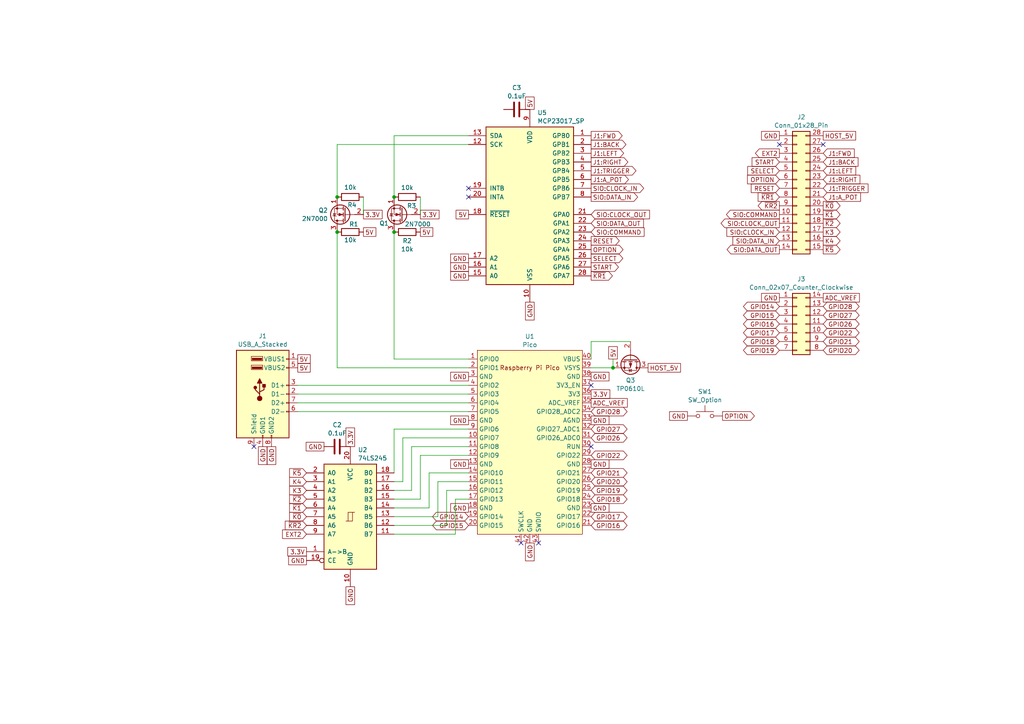
<source format=kicad_sch>
(kicad_sch (version 20231120) (generator "eeschema") (generator_version "8.0")
  (paper "A4")
  (title_block (title "DecentUSB Host") (date "2024-05-18") (rev "1.1"))
  (lib_symbols
    (symbol "74xx:74LS245" (pin_names (offset 1.016))
      (property "Reference" "U" (at -7.62 16.51 0))
      (property "Value" "74LS245" (at -7.62 -16.51 0))
      (symbol "74LS245_1_0"
        (polyline (pts (xy -0.635 -1.27) (xy -0.635 1.27) (xy 0.635 1.27)))
        (polyline (pts (xy -1.27 -1.27) (xy 0.635 -1.27) (xy 0.635 1.27) (xy 1.27 1.27)))
        (pin input line (at -12.7 -10.16 0) (length 5.08) (name "A->B") (number "1"))
        (pin power_in line (at 0 -20.32 90) (length 5.08) (name "GND") (number "10"))
        (pin tri_state line (at 12.7 -5.08 180) (length 5.08) (name "B7") (number "11"))
        (pin tri_state line (at 12.7 -2.54 180) (length 5.08) (name "B6") (number "12"))
        (pin tri_state line (at 12.7 0 180) (length 5.08) (name "B5") (number "13"))
        (pin tri_state line (at 12.7 2.54 180) (length 5.08) (name "B4") (number "14"))
        (pin tri_state line (at 12.7 5.08 180) (length 5.08) (name "B3") (number "15"))
        (pin tri_state line (at 12.7 7.62 180) (length 5.08) (name "B2") (number "16"))
        (pin tri_state line (at 12.7 10.16 180) (length 5.08) (name "B1") (number "17"))
        (pin tri_state line (at 12.7 12.7 180) (length 5.08) (name "B0") (number "18"))
        (pin input inverted (at -12.7 -12.7 0) (length 5.08) (name "CE") (number "19"))
        (pin tri_state line (at -12.7 12.7 0) (length 5.08) (name "A0") (number "2"))
        (pin power_in line (at 0 20.32 270) (length 5.08) (name "VCC") (number "20"))
        (pin tri_state line (at -12.7 10.16 0) (length 5.08) (name "A1") (number "3"))
        (pin tri_state line (at -12.7 7.62 0) (length 5.08) (name "A2") (number "4"))
        (pin tri_state line (at -12.7 5.08 0) (length 5.08) (name "A3") (number "5"))
        (pin tri_state line (at -12.7 2.54 0) (length 5.08) (name "A4") (number "6"))
        (pin tri_state line (at -12.7 0 0) (length 5.08) (name "A5") (number "7"))
        (pin tri_state line (at -12.7 -2.54 0) (length 5.08) (name "A6") (number "8"))
        (pin tri_state line (at -12.7 -5.08 0) (length 5.08) (name "A7") (number "9"))
      )
      (symbol "74LS245_1_1"
        (rectangle (start -7.62 15.24) (end 7.62 -15.24) (stroke (width 0.254)) (fill (type background)))
      )
    )
    (symbol "Connector:USB_A_Stacked" (pin_names (offset 1.016))
      (property "Reference" "J" (at 0 15.875 0))
      (property "Value" "USB_A_Stacked" (at 0 13.97 0))
      (symbol "USB_A_Stacked_0_1"
        (rectangle (start -7.62 12.7) (end 7.62 -12.7) (stroke (width 0.254)) (fill (type background)))
        (circle (center -2.159 1.905) (radius 0.381) (stroke (width 0.254)) (fill (type outline)))
        (circle (center -0.889 -1.27) (radius 0.635) (stroke (width 0.254)) (fill (type outline)))
        (rectangle (start -0.254 7.366) (end -3.048 7.874) (fill (type outline)))
        (rectangle (start -0.254 9.906) (end -3.048 10.414) (fill (type outline)))
        (rectangle (start -0.127 -12.7) (end 0.127 -11.938))
        (polyline (pts (xy -1.524 3.175) (xy -0.254 3.175) (xy -0.889 4.445) (xy -1.524 3.175)) (stroke (width 0.254)) (fill (type outline)))
        (polyline (pts (xy -0.889 -0.635) (xy -0.889 0) (xy -2.159 1.27) (xy -2.159 1.905)) (stroke (width 0.254)))
        (polyline (pts (xy -0.889 0) (xy -0.889 0.635) (xy 0.381 1.27) (xy 0.381 2.54)) (stroke (width 0.254)))
        (rectangle (start 0 2.794) (end 0.762 2.032) (stroke (width 0.254)) (fill (type outline)))
        (rectangle (start 0 7.112) (end -3.302 8.382))
        (rectangle (start 0 9.652) (end -3.302 10.922))
        (rectangle (start 2.413 -12.7) (end 2.667 -11.938))
        (rectangle (start 7.62 -5.207) (end 6.858 -4.953))
        (rectangle (start 7.62 -2.667) (end 6.858 -2.413))
        (rectangle (start 7.62 -0.127) (end 6.858 0.127))
        (rectangle (start 7.62 2.413) (end 6.858 2.667))
        (rectangle (start 7.62 7.493) (end 6.858 7.747))
        (rectangle (start 7.62 10.033) (end 6.858 10.287))
      )
      (symbol "USB_A_Stacked_1_1"
        (polyline (pts (xy -0.889 0.635) (xy -0.889 3.175)) (stroke (width 0.254)))
        (pin power_in line (at 10.16 10.16 180) (length 2.54) (name "VBUS1") (number "1"))
        (pin bidirectional line (at 10.16 0 180) (length 2.54) (name "D1-") (number "2"))
        (pin bidirectional line (at 10.16 2.54 180) (length 2.54) (name "D1+") (number "3"))
        (pin power_in line (at 0 -15.24 90) (length 2.54) (name "GND1") (number "4"))
        (pin power_in line (at 10.16 7.62 180) (length 2.54) (name "VBUS2") (number "5"))
        (pin bidirectional line (at 10.16 -5.08 180) (length 2.54) (name "D2-") (number "6"))
        (pin bidirectional line (at 10.16 -2.54 180) (length 2.54) (name "D2+") (number "7"))
        (pin power_in line (at 2.54 -15.24 90) (length 2.54) (name "GND2") (number "8"))
        (pin passive line (at -2.54 -15.24 90) (length 2.54) (name "Shield") (number "9"))
      )
    )
    (symbol "Connector_Generic:Conn_02x07_Counter_Clockwise" (pin_names (offset 1.016) hide)
      (property "Reference" "J" (at 1.27 10.16 0))
      (property "Value" "Conn_02x07_Counter_Clockwise" (at 1.27 -10.16 0))
      (symbol "Conn_02x07_Counter_Clockwise_1_1"
        (rectangle (start -1.27 -7.493) (end 0 -7.747) (stroke (width 0.1524)))
        (rectangle (start -1.27 -4.953) (end 0 -5.207) (stroke (width 0.1524)))
        (rectangle (start -1.27 -2.413) (end 0 -2.667) (stroke (width 0.1524)))
        (rectangle (start -1.27 0.127) (end 0 -0.127) (stroke (width 0.1524)))
        (rectangle (start -1.27 2.667) (end 0 2.413) (stroke (width 0.1524)))
        (rectangle (start -1.27 5.207) (end 0 4.953) (stroke (width 0.1524)))
        (rectangle (start -1.27 7.747) (end 0 7.493) (stroke (width 0.1524)))
        (rectangle (start -1.27 8.89) (end 3.81 -8.89) (stroke (width 0.254)) (fill (type background)))
        (rectangle (start 3.81 -7.493) (end 2.54 -7.747) (stroke (width 0.1524)))
        (rectangle (start 3.81 -4.953) (end 2.54 -5.207) (stroke (width 0.1524)))
        (rectangle (start 3.81 -2.413) (end 2.54 -2.667) (stroke (width 0.1524)))
        (rectangle (start 3.81 0.127) (end 2.54 -0.127) (stroke (width 0.1524)))
        (rectangle (start 3.81 2.667) (end 2.54 2.413) (stroke (width 0.1524)))
        (rectangle (start 3.81 5.207) (end 2.54 4.953) (stroke (width 0.1524)))
        (rectangle (start 3.81 7.747) (end 2.54 7.493) (stroke (width 0.1524)))
        (pin passive line (at -5.08 7.62 0) (length 3.81) (name "Pin_1") (number "1"))
        (pin passive line (at 7.62 -2.54 180) (length 3.81) (name "Pin_10") (number "10"))
        (pin passive line (at 7.62 0 180) (length 3.81) (name "Pin_11") (number "11"))
        (pin passive line (at 7.62 2.54 180) (length 3.81) (name "Pin_12") (number "12"))
        (pin passive line (at 7.62 5.08 180) (length 3.81) (name "Pin_13") (number "13"))
        (pin passive line (at 7.62 7.62 180) (length 3.81) (name "Pin_14") (number "14"))
        (pin passive line (at -5.08 5.08 0) (length 3.81) (name "Pin_2") (number "2"))
        (pin passive line (at -5.08 2.54 0) (length 3.81) (name "Pin_3") (number "3"))
        (pin passive line (at -5.08 0 0) (length 3.81) (name "Pin_4") (number "4"))
        (pin passive line (at -5.08 -2.54 0) (length 3.81) (name "Pin_5") (number "5"))
        (pin passive line (at -5.08 -5.08 0) (length 3.81) (name "Pin_6") (number "6"))
        (pin passive line (at -5.08 -7.62 0) (length 3.81) (name "Pin_7") (number "7"))
        (pin passive line (at 7.62 -7.62 180) (length 3.81) (name "Pin_8") (number "8"))
        (pin passive line (at 7.62 -5.08 180) (length 3.81) (name "Pin_9") (number "9"))
      )
    )
    (symbol "Connector_Generic:Conn_02x14_Counter_Clockwise" (pin_names (offset 1.016) hide)
      (property "Reference" "J" (at 1.27 17.78 0))
      (property "Value" "Conn_02x14_Counter_Clockwise" (at 1.27 -20.32 0))
      (symbol "Conn_02x14_Counter_Clockwise_1_1"
        (rectangle (start -1.27 -17.653) (end 0 -17.907) (stroke (width 0.1524)))
        (rectangle (start -1.27 -15.113) (end 0 -15.367) (stroke (width 0.1524)))
        (rectangle (start -1.27 -12.573) (end 0 -12.827) (stroke (width 0.1524)))
        (rectangle (start -1.27 -10.033) (end 0 -10.287) (stroke (width 0.1524)))
        (rectangle (start -1.27 -7.493) (end 0 -7.747) (stroke (width 0.1524)))
        (rectangle (start -1.27 -4.953) (end 0 -5.207) (stroke (width 0.1524)))
        (rectangle (start -1.27 -2.413) (end 0 -2.667) (stroke (width 0.1524)))
        (rectangle (start -1.27 0.127) (end 0 -0.127) (stroke (width 0.1524)))
        (rectangle (start -1.27 2.667) (end 0 2.413) (stroke (width 0.1524)))
        (rectangle (start -1.27 5.207) (end 0 4.953) (stroke (width 0.1524)))
        (rectangle (start -1.27 7.747) (end 0 7.493) (stroke (width 0.1524)))
        (rectangle (start -1.27 10.287) (end 0 10.033) (stroke (width 0.1524)))
        (rectangle (start -1.27 12.827) (end 0 12.573) (stroke (width 0.1524)))
        (rectangle (start -1.27 15.367) (end 0 15.113) (stroke (width 0.1524)))
        (rectangle (start -1.27 16.51) (end 3.81 -19.05) (stroke (width 0.254)) (fill (type background)))
        (rectangle (start 3.81 -17.653) (end 2.54 -17.907) (stroke (width 0.1524)))
        (rectangle (start 3.81 -15.113) (end 2.54 -15.367) (stroke (width 0.1524)))
        (rectangle (start 3.81 -12.573) (end 2.54 -12.827) (stroke (width 0.1524)))
        (rectangle (start 3.81 -10.033) (end 2.54 -10.287) (stroke (width 0.1524)))
        (rectangle (start 3.81 -7.493) (end 2.54 -7.747) (stroke (width 0.1524)))
        (rectangle (start 3.81 -4.953) (end 2.54 -5.207) (stroke (width 0.1524)))
        (rectangle (start 3.81 -2.413) (end 2.54 -2.667) (stroke (width 0.1524)))
        (rectangle (start 3.81 0.127) (end 2.54 -0.127) (stroke (width 0.1524)))
        (rectangle (start 3.81 2.667) (end 2.54 2.413) (stroke (width 0.1524)))
        (rectangle (start 3.81 5.207) (end 2.54 4.953) (stroke (width 0.1524)))
        (rectangle (start 3.81 7.747) (end 2.54 7.493) (stroke (width 0.1524)))
        (rectangle (start 3.81 10.287) (end 2.54 10.033) (stroke (width 0.1524)))
        (rectangle (start 3.81 12.827) (end 2.54 12.573) (stroke (width 0.1524)))
        (rectangle (start 3.81 15.367) (end 2.54 15.113) (stroke (width 0.1524)))
        (pin passive line (at -5.08 15.24 0) (length 3.81) (name "Pin_1") (number "1"))
        (pin passive line (at -5.08 -7.62 0) (length 3.81) (name "Pin_10") (number "10"))
        (pin passive line (at -5.08 -10.16 0) (length 3.81) (name "Pin_11") (number "11"))
        (pin passive line (at -5.08 -12.7 0) (length 3.81) (name "Pin_12") (number "12"))
        (pin passive line (at -5.08 -15.24 0) (length 3.81) (name "Pin_13") (number "13"))
        (pin passive line (at -5.08 -17.78 0) (length 3.81) (name "Pin_14") (number "14"))
        (pin passive line (at 7.62 -17.78 180) (length 3.81) (name "Pin_15") (number "15"))
        (pin passive line (at 7.62 -15.24 180) (length 3.81) (name "Pin_16") (number "16"))
        (pin passive line (at 7.62 -12.7 180) (length 3.81) (name "Pin_17") (number "17"))
        (pin passive line (at 7.62 -10.16 180) (length 3.81) (name "Pin_18") (number "18"))
        (pin passive line (at 7.62 -7.62 180) (length 3.81) (name "Pin_19") (number "19"))
        (pin passive line (at -5.08 12.7 0) (length 3.81) (name "Pin_2") (number "2"))
        (pin passive line (at 7.62 -5.08 180) (length 3.81) (name "Pin_20") (number "20"))
        (pin passive line (at 7.62 -2.54 180) (length 3.81) (name "Pin_21") (number "21"))
        (pin passive line (at 7.62 0 180) (length 3.81) (name "Pin_22") (number "22"))
        (pin passive line (at 7.62 2.54 180) (length 3.81) (name "Pin_23") (number "23"))
        (pin passive line (at 7.62 5.08 180) (length 3.81) (name "Pin_24") (number "24"))
        (pin passive line (at 7.62 7.62 180) (length 3.81) (name "Pin_25") (number "25"))
        (pin passive line (at 7.62 10.16 180) (length 3.81) (name "Pin_26") (number "26"))
        (pin passive line (at 7.62 12.7 180) (length 3.81) (name "Pin_27") (number "27"))
        (pin passive line (at 7.62 15.24 180) (length 3.81) (name "Pin_28") (number "28"))
        (pin passive line (at -5.08 10.16 0) (length 3.81) (name "Pin_3") (number "3"))
        (pin passive line (at -5.08 7.62 0) (length 3.81) (name "Pin_4") (number "4"))
        (pin passive line (at -5.08 5.08 0) (length 3.81) (name "Pin_5") (number "5"))
        (pin passive line (at -5.08 2.54 0) (length 3.81) (name "Pin_6") (number "6"))
        (pin passive line (at -5.08 0 0) (length 3.81) (name "Pin_7") (number "7"))
        (pin passive line (at -5.08 -2.54 0) (length 3.81) (name "Pin_8") (number "8"))
        (pin passive line (at -5.08 -5.08 0) (length 3.81) (name "Pin_9") (number "9"))
      )
    )
    (symbol "Device:C" (pin_numbers hide) (pin_names (offset 0.254))
      (property "Reference" "C" (at 0.635 2.54 0))
      (property "Value" "C" (at 0.635 -2.54 0))
      (symbol "C_0_1"
        (polyline (pts (xy -2.032 -0.762) (xy 2.032 -0.762)) (stroke (width 0.508)))
        (polyline (pts (xy -2.032 0.762) (xy 2.032 0.762)) (stroke (width 0.508)))
      )
      (symbol "C_1_1"
        (pin passive line (at 0 3.81 270) (length 2.794) (name "~") (number "1"))
        (pin passive line (at 0 -3.81 90) (length 2.794) (name "~") (number "2"))
      )
    )
    (symbol "Device:R" (pin_numbers hide) (pin_names (offset 0))
      (property "Reference" "R" (at 2.032 0 90))
      (property "Value" "R" (at 0 0 90))
      (symbol "R_0_1"
        (rectangle (start -1.016 -2.54) (end 1.016 2.54) (stroke (width 0.254)))
      )
      (symbol "R_1_1"
        (pin passive line (at 0 3.81 270) (length 1.27) (name "~") (number "1"))
        (pin passive line (at 0 -3.81 90) (length 1.27) (name "~") (number "2"))
      )
    )
    (symbol "Interface_Expansion:MCP23017_SP" (pin_names (offset 1.016))
      (property "Reference" "U" (at -11.43 24.13 0))
      (property "Value" "MCP23017_SP" (at 0 0 0))
      (symbol "MCP23017_SP_0_1"
        (rectangle (start -12.7 22.86) (end 12.7 -22.86) (stroke (width 0.254)) (fill (type background)))
      )
      (symbol "MCP23017_SP_1_1"
        (pin bidirectional line (at 17.78 20.32 180) (length 5.08) (name "GPB0") (number "1"))
        (pin power_in line (at 0 -27.94 90) (length 5.08) (name "VSS") (number "10"))
        (pin no_connect line (at -12.7 15.24 0) (length 5.08) hide (name "NC") (number "11"))
        (pin input line (at -17.78 17.78 0) (length 5.08) (name "SCK") (number "12"))
        (pin bidirectional line (at -17.78 20.32 0) (length 5.08) (name "SDA") (number "13"))
        (pin no_connect line (at -12.7 12.7 0) (length 5.08) hide (name "NC") (number "14"))
        (pin input line (at -17.78 -20.32 0) (length 5.08) (name "A0") (number "15"))
        (pin input line (at -17.78 -17.78 0) (length 5.08) (name "A1") (number "16"))
        (pin input line (at -17.78 -15.24 0) (length 5.08) (name "A2") (number "17"))
        (pin input line (at -17.78 -2.54 0) (length 5.08) (name "~{RESET}") (number "18"))
        (pin tri_state line (at -17.78 5.08 0) (length 5.08) (name "INTB") (number "19"))
        (pin bidirectional line (at 17.78 17.78 180) (length 5.08) (name "GPB1") (number "2"))
        (pin tri_state line (at -17.78 2.54 0) (length 5.08) (name "INTA") (number "20"))
        (pin bidirectional line (at 17.78 -2.54 180) (length 5.08) (name "GPA0") (number "21"))
        (pin bidirectional line (at 17.78 -5.08 180) (length 5.08) (name "GPA1") (number "22"))
        (pin bidirectional line (at 17.78 -7.62 180) (length 5.08) (name "GPA2") (number "23"))
        (pin bidirectional line (at 17.78 -10.16 180) (length 5.08) (name "GPA3") (number "24"))
        (pin bidirectional line (at 17.78 -12.7 180) (length 5.08) (name "GPA4") (number "25"))
        (pin bidirectional line (at 17.78 -15.24 180) (length 5.08) (name "GPA5") (number "26"))
        (pin bidirectional line (at 17.78 -17.78 180) (length 5.08) (name "GPA6") (number "27"))
        (pin bidirectional line (at 17.78 -20.32 180) (length 5.08) (name "GPA7") (number "28"))
        (pin bidirectional line (at 17.78 15.24 180) (length 5.08) (name "GPB2") (number "3"))
        (pin bidirectional line (at 17.78 12.7 180) (length 5.08) (name "GPB3") (number "4"))
        (pin bidirectional line (at 17.78 10.16 180) (length 5.08) (name "GPB4") (number "5"))
        (pin bidirectional line (at 17.78 7.62 180) (length 5.08) (name "GPB5") (number "6"))
        (pin bidirectional line (at 17.78 5.08 180) (length 5.08) (name "GPB6") (number "7"))
        (pin bidirectional line (at 17.78 2.54 180) (length 5.08) (name "GPB7") (number "8"))
        (pin power_in line (at 0 27.94 270) (length 5.08) (name "VDD") (number "9"))
      )
    )
    (symbol "Library:Pico"
      (property "Reference" "U" (at -13.97 27.94 0))
      (property "Value" "Pico" (at 0 19.05 0))
      (symbol "Pico_0_0"
        (text "Raspberry Pi Pico" (at 0 21.59 0) (effects (font (size 1.27 1.27))))
      )
      (symbol "Pico_0_1"
        (rectangle (start -15.24 26.67) (end 15.24 -26.67) (fill (type background)))
      )
      (symbol "Pico_1_1"
        (pin bidirectional line (at -17.78 24.13 0) (length 2.54) (name "GPIO0") (number "1"))
        (pin bidirectional line (at -17.78 1.27 0) (length 2.54) (name "GPIO7") (number "10"))
        (pin bidirectional line (at -17.78 -1.27 0) (length 2.54) (name "GPIO8") (number "11"))
        (pin bidirectional line (at -17.78 -3.81 0) (length 2.54) (name "GPIO9") (number "12"))
        (pin power_in line (at -17.78 -6.35 0) (length 2.54) (name "GND") (number "13"))
        (pin bidirectional line (at -17.78 -8.89 0) (length 2.54) (name "GPIO10") (number "14"))
        (pin bidirectional line (at -17.78 -11.43 0) (length 2.54) (name "GPIO11") (number "15"))
        (pin bidirectional line (at -17.78 -13.97 0) (length 2.54) (name "GPIO12") (number "16"))
        (pin bidirectional line (at -17.78 -16.51 0) (length 2.54) (name "GPIO13") (number "17"))
        (pin power_in line (at -17.78 -19.05 0) (length 2.54) (name "GND") (number "18"))
        (pin bidirectional line (at -17.78 -21.59 0) (length 2.54) (name "GPIO14") (number "19"))
        (pin bidirectional line (at -17.78 21.59 0) (length 2.54) (name "GPIO1") (number "2"))
        (pin bidirectional line (at -17.78 -24.13 0) (length 2.54) (name "GPIO15") (number "20"))
        (pin bidirectional line (at 17.78 -24.13 180) (length 2.54) (name "GPIO16") (number "21"))
        (pin bidirectional line (at 17.78 -21.59 180) (length 2.54) (name "GPIO17") (number "22"))
        (pin power_in line (at 17.78 -19.05 180) (length 2.54) (name "GND") (number "23"))
        (pin bidirectional line (at 17.78 -16.51 180) (length 2.54) (name "GPIO18") (number "24"))
        (pin bidirectional line (at 17.78 -13.97 180) (length 2.54) (name "GPIO19") (number "25"))
        (pin bidirectional line (at 17.78 -11.43 180) (length 2.54) (name "GPIO20") (number "26"))
        (pin bidirectional line (at 17.78 -8.89 180) (length 2.54) (name "GPIO21") (number "27"))
        (pin power_in line (at 17.78 -6.35 180) (length 2.54) (name "GND") (number "28"))
        (pin bidirectional line (at 17.78 -3.81 180) (length 2.54) (name "GPIO22") (number "29"))
        (pin power_in line (at -17.78 19.05 0) (length 2.54) (name "GND") (number "3"))
        (pin input line (at 17.78 -1.27 180) (length 2.54) (name "RUN") (number "30"))
        (pin bidirectional line (at 17.78 1.27 180) (length 2.54) (name "GPIO26_ADC0") (number "31"))
        (pin bidirectional line (at 17.78 3.81 180) (length 2.54) (name "GPIO27_ADC1") (number "32"))
        (pin power_in line (at 17.78 6.35 180) (length 2.54) (name "AGND") (number "33"))
        (pin bidirectional line (at 17.78 8.89 180) (length 2.54) (name "GPIO28_ADC2") (number "34"))
        (pin power_in line (at 17.78 11.43 180) (length 2.54) (name "ADC_VREF") (number "35"))
        (pin power_in line (at 17.78 13.97 180) (length 2.54) (name "3V3") (number "36"))
        (pin input line (at 17.78 16.51 180) (length 2.54) (name "3V3_EN") (number "37"))
        (pin bidirectional line (at 17.78 19.05 180) (length 2.54) (name "GND") (number "38"))
        (pin power_in line (at 17.78 21.59 180) (length 2.54) (name "VSYS") (number "39"))
        (pin bidirectional line (at -17.78 16.51 0) (length 2.54) (name "GPIO2") (number "4"))
        (pin power_in line (at 17.78 24.13 180) (length 2.54) (name "VBUS") (number "40"))
        (pin input line (at -2.54 -29.21 90) (length 2.54) (name "SWCLK") (number "41"))
        (pin power_in line (at 0 -29.21 90) (length 2.54) (name "GND") (number "42"))
        (pin bidirectional line (at 2.54 -29.21 90) (length 2.54) (name "SWDIO") (number "43"))
        (pin bidirectional line (at -17.78 13.97 0) (length 2.54) (name "GPIO3") (number "5"))
        (pin bidirectional line (at -17.78 11.43 0) (length 2.54) (name "GPIO4") (number "6"))
        (pin bidirectional line (at -17.78 8.89 0) (length 2.54) (name "GPIO5") (number "7"))
        (pin power_in line (at -17.78 6.35 0) (length 2.54) (name "GND") (number "8"))
        (pin bidirectional line (at -17.78 3.81 0) (length 2.54) (name "GPIO6") (number "9"))
      )
    )
    (symbol "Switch:SW_Push" (pin_numbers hide) (pin_names (offset 1.016) hide)
      (property "Reference" "SW" (at 1.27 2.54 0))
      (property "Value" "SW_Push" (at 0 -1.524 0))
      (symbol "SW_Push_0_1"
        (circle (center -2.032 0) (radius 0.508))
        (polyline (pts (xy 0 1.27) (xy 0 3.048)))
        (polyline (pts (xy 2.54 1.27) (xy -2.54 1.27)))
        (circle (center 2.032 0) (radius 0.508))
        (pin passive line (at -5.08 0 0) (length 2.54) (name "1") (number "1"))
        (pin passive line (at 5.08 0 180) (length 2.54) (name "2") (number "2"))
      )
    )
    (symbol "Transistor_FET:2N7000" (pin_names hide)
      (property "Reference" "Q" (at 5.08 1.905 0))
      (property "Value" "2N7000" (at 5.08 0 0))
      (symbol "2N7000_0_1"
        (polyline (pts (xy 0.254 0) (xy -2.54 0)))
        (polyline (pts (xy 0.254 1.905) (xy 0.254 -1.905)) (stroke (width 0.254)))
        (polyline (pts (xy 0.762 -1.27) (xy 0.762 -2.286)) (stroke (width 0.254)))
        (polyline (pts (xy 0.762 0.508) (xy 0.762 -0.508)) (stroke (width 0.254)))
        (polyline (pts (xy 0.762 2.286) (xy 0.762 1.27)) (stroke (width 0.254)))
        (polyline (pts (xy 2.54 2.54) (xy 2.54 1.778)))
        (polyline (pts (xy 2.54 -2.54) (xy 2.54 0) (xy 0.762 0)))
        (polyline (pts (xy 0.762 -1.778) (xy 3.302 -1.778) (xy 3.302 1.778) (xy 0.762 1.778)))
        (polyline (pts (xy 1.016 0) (xy 2.032 0.381) (xy 2.032 -0.381) (xy 1.016 0)) (fill (type outline)))
        (polyline (pts (xy 2.794 0.508) (xy 2.921 0.381) (xy 3.683 0.381) (xy 3.81 0.254)))
        (polyline (pts (xy 3.302 0.381) (xy 2.921 -0.254) (xy 3.683 -0.254) (xy 3.302 0.381)))
        (circle (center 1.651 0) (radius 2.794) (stroke (width 0.254)))
        (circle (center 2.54 -1.778) (radius 0.254) (fill (type outline)))
        (circle (center 2.54 1.778) (radius 0.254) (fill (type outline)))
      )
      (symbol "2N7000_1_1"
        (pin passive line (at 2.54 -5.08 90) (length 2.54) (name "S") (number "1"))
        (pin input line (at -5.08 0 0) (length 2.54) (name "G") (number "2"))
        (pin passive line (at 2.54 5.08 270) (length 2.54) (name "D") (number "3"))
      )
    )
    (symbol "Transistor_FET:TP0610L" (pin_names hide)
      (property "Reference" "Q" (at 5.08 1.905 0))
      (property "Value" "TP0610L" (at 5.08 0 0))
      (symbol "TP0610L_0_1"
        (polyline (pts (xy 0.254 0) (xy -2.54 0)))
        (polyline (pts (xy 0.254 1.905) (xy 0.254 -1.905)) (stroke (width 0.254)))
        (polyline (pts (xy 0.762 -1.27) (xy 0.762 -2.286)) (stroke (width 0.254)))
        (polyline (pts (xy 0.762 0.508) (xy 0.762 -0.508)) (stroke (width 0.254)))
        (polyline (pts (xy 0.762 2.286) (xy 0.762 1.27)) (stroke (width 0.254)))
        (polyline (pts (xy 2.54 2.54) (xy 2.54 1.778)))
        (polyline (pts (xy 2.54 -2.54) (xy 2.54 0) (xy 0.762 0)))
        (polyline (pts (xy 0.762 1.778) (xy 3.302 1.778) (xy 3.302 -1.778) (xy 0.762 -1.778)))
        (polyline (pts (xy 2.286 0) (xy 1.27 0.381) (xy 1.27 -0.381) (xy 2.286 0)) (fill (type outline)))
        (polyline (pts (xy 2.794 -0.508) (xy 2.921 -0.381) (xy 3.683 -0.381) (xy 3.81 -0.254)))
        (polyline (pts (xy 3.302 -0.381) (xy 2.921 0.254) (xy 3.683 0.254) (xy 3.302 -0.381)))
        (circle (center 1.651 0) (radius 2.794) (stroke (width 0.254)))
        (circle (center 2.54 -1.778) (radius 0.254) (fill (type outline)))
        (circle (center 2.54 1.778) (radius 0.254) (fill (type outline)))
      )
      (symbol "TP0610L_1_1"
        (pin passive line (at 2.54 -5.08 90) (length 2.54) (name "S") (number "1"))
        (pin input line (at -5.08 0 0) (length 2.54) (name "G") (number "2"))
        (pin passive line (at 2.54 5.08 270) (length 2.54) (name "D") (number "3"))
      )
    )
  )
  (junction (at 114.3 67.31))
  (junction (at 97.79 67.31))
  (junction (at 114.3 57.15))
  (junction (at 97.79 57.15))
  (junction (at 177.8 106.68))
  (no_connect (at 135.89 57.15))
  (no_connect (at 171.45 111.76))
  (no_connect (at 226.06 41.91))
  (no_connect (at 171.45 129.54))
  (no_connect (at 73.66 129.54))
  (no_connect (at 135.89 54.61))
  (no_connect (at 151.13 157.48))
  (no_connect (at 156.21 157.48))
  (no_connect (at 238.76 41.91))
  (wire (pts (xy 127 149.86) (xy 127 139.7)))
  (wire (pts (xy 177.8 104.14) (xy 177.8 106.68)))
  (wire (pts (xy 119.38 129.54) (xy 135.89 129.54)))
  (wire (pts (xy 86.36 119.38) (xy 135.89 119.38)))
  (wire (pts (xy 121.92 144.78) (xy 121.92 132.08)))
  (wire (pts (xy 114.3 104.14) (xy 114.3 67.31)))
  (wire (pts (xy 124.46 147.32) (xy 124.46 137.16)))
  (wire (pts (xy 129.54 152.4) (xy 129.54 142.24)))
  (wire (pts (xy 86.36 114.3) (xy 135.89 114.3)))
  (wire (pts (xy 86.36 111.76) (xy 135.89 111.76)))
  (wire (pts (xy 114.3 142.24) (xy 119.38 142.24)))
  (wire (pts (xy 114.3 39.37) (xy 135.89 39.37)))
  (wire (pts (xy 114.3 147.32) (xy 124.46 147.32)))
  (wire (pts (xy 171.45 106.68) (xy 177.8 106.68)))
  (wire (pts (xy 119.38 142.24) (xy 119.38 129.54)))
  (wire (pts (xy 97.79 106.68) (xy 97.79 67.31)))
  (wire (pts (xy 114.3 137.16) (xy 114.3 124.46)))
  (wire (pts (xy 121.92 132.08) (xy 135.89 132.08)))
  (wire (pts (xy 121.92 57.15) (xy 121.92 62.23)))
  (wire (pts (xy 171.45 99.06) (xy 182.88 99.06)))
  (wire (pts (xy 116.84 139.7) (xy 116.84 127)))
  (wire (pts (xy 105.41 57.15) (xy 105.41 62.23)))
  (wire (pts (xy 114.3 124.46) (xy 135.89 124.46)))
  (wire (pts (xy 97.79 41.91) (xy 135.89 41.91)))
  (wire (pts (xy 132.08 144.78) (xy 135.89 144.78)))
  (wire (pts (xy 114.3 57.15) (xy 114.3 39.37)))
  (wire (pts (xy 171.45 104.14) (xy 171.45 99.06)))
  (wire (pts (xy 132.08 154.94) (xy 132.08 144.78)))
  (wire (pts (xy 114.3 144.78) (xy 121.92 144.78)))
  (wire (pts (xy 114.3 139.7) (xy 116.84 139.7)))
  (wire (pts (xy 97.79 57.15) (xy 97.79 41.91)))
  (wire (pts (xy 124.46 137.16) (xy 135.89 137.16)))
  (wire (pts (xy 114.3 152.4) (xy 129.54 152.4)))
  (wire (pts (xy 135.89 104.14) (xy 114.3 104.14)))
  (wire (pts (xy 86.36 116.84) (xy 135.89 116.84)))
  (wire (pts (xy 129.54 142.24) (xy 135.89 142.24)))
  (wire (pts (xy 135.89 106.68) (xy 97.79 106.68)))
  (wire (pts (xy 114.3 154.94) (xy 132.08 154.94)))
  (wire (pts (xy 127 139.7) (xy 135.89 139.7)))
  (wire (pts (xy 114.3 149.86) (xy 127 149.86)))
  (wire (pts (xy 116.84 127) (xy 135.89 127)))
  (global_label "GND" (shape passive) (at 171.45 121.92 0) (property "Intersheetrefs" "${INTERSHEET_REFS}" (effects (hide yes))))
  (global_label "3.3V" (shape passive) (at 105.41 62.23 0) (property "Intersheetrefs" "${INTERSHEET_REFS}" (effects (hide yes))))
  (global_label "GPIO26" (shape tri_state) (at 238.76 93.98 0) (property "Intersheetrefs" "${INTERSHEET_REFS}" (effects (hide yes))))
  (global_label "OPTION" (shape output) (at 171.45 72.39 0) (property "Intersheetrefs" "${INTERSHEET_REFS}" (effects (hide yes))))
  (global_label "GPIO21" (shape tri_state) (at 238.76 99.06 0) (property "Intersheetrefs" "${INTERSHEET_REFS}" (effects (hide yes))))
  (global_label "~{KR2}" (shape input) (at 88.9 152.4 180) (property "Intersheetrefs" "${INTERSHEET_REFS}" (effects (hide yes))))
  (global_label "SIO:DATA_OUT" (shape input) (at 171.45 64.77 0) (property "Intersheetrefs" "${INTERSHEET_REFS}" (effects (hide yes))))
  (global_label "GPIO14" (shape tri_state) (at 226.06 88.9 180) (property "Intersheetrefs" "${INTERSHEET_REFS}" (effects (hide yes))))
  (global_label "GPIO14" (shape tri_state) (at 135.89 149.86 180) (property "Intersheetrefs" "${INTERSHEET_REFS}" (effects (hide yes))))
  (global_label "GND" (shape passive) (at 135.89 147.32 180) (property "Intersheetrefs" "${INTERSHEET_REFS}" (effects (hide yes))))
  (global_label "ADC_VREF" (shape passive) (at 238.76 86.36 0) (property "Intersheetrefs" "${INTERSHEET_REFS}" (effects (hide yes))))
  (global_label "~{KR1}" (shape input) (at 226.06 57.15 180) (property "Intersheetrefs" "${INTERSHEET_REFS}" (effects (hide yes))))
  (global_label "GPIO22" (shape tri_state) (at 238.76 96.52 0) (property "Intersheetrefs" "${INTERSHEET_REFS}" (effects (hide yes))))
  (global_label "SELECT" (shape input) (at 226.06 49.53 180) (property "Intersheetrefs" "${INTERSHEET_REFS}" (effects (hide yes))))
  (global_label "GPIO20" (shape tri_state) (at 171.45 139.7 0) (property "Intersheetrefs" "${INTERSHEET_REFS}" (effects (hide yes))))
  (global_label "GPIO19" (shape tri_state) (at 171.45 142.24 0) (property "Intersheetrefs" "${INTERSHEET_REFS}" (effects (hide yes))))
  (global_label "GND" (shape passive) (at 153.67 157.48 270) (property "Intersheetrefs" "${INTERSHEET_REFS}" (effects (hide yes))))
  (global_label "GPIO15" (shape tri_state) (at 135.89 152.4 180) (property "Intersheetrefs" "${INTERSHEET_REFS}" (effects (hide yes))))
  (global_label "GPIO28" (shape tri_state) (at 171.45 119.38 0) (property "Intersheetrefs" "${INTERSHEET_REFS}" (effects (hide yes))))
  (global_label "J1:TRIGGER" (shape input) (at 238.76 54.61 0) (property "Intersheetrefs" "${INTERSHEET_REFS}" (effects (hide yes))))
  (global_label "J1:RIGHT" (shape input) (at 238.76 52.07 0) (property "Intersheetrefs" "${INTERSHEET_REFS}" (effects (hide yes))))
  (global_label "GPIO19" (shape tri_state) (at 226.06 101.6 180) (property "Intersheetrefs" "${INTERSHEET_REFS}" (effects (hide yes))))
  (global_label "GND" (shape passive) (at 226.06 39.37 180) (property "Intersheetrefs" "${INTERSHEET_REFS}" (effects (hide yes))))
  (global_label "GND" (shape passive) (at 171.45 147.32 0) (property "Intersheetrefs" "${INTERSHEET_REFS}" (effects (hide yes))))
  (global_label "~{KR2}" (shape output) (at 226.06 59.69 180) (property "Intersheetrefs" "${INTERSHEET_REFS}" (effects (hide yes))))
  (global_label "J1:FWD" (shape output) (at 171.45 39.37 0) (property "Intersheetrefs" "${INTERSHEET_REFS}" (effects (hide yes))))
  (global_label "GND" (shape passive) (at 171.45 134.62 0) (property "Intersheetrefs" "${INTERSHEET_REFS}" (effects (hide yes))))
  (global_label "GND" (shape passive) (at 88.9 162.56 180) (property "Intersheetrefs" "${INTERSHEET_REFS}" (effects (hide yes))))
  (global_label "GND" (shape passive) (at 78.74 129.54 270) (property "Intersheetrefs" "${INTERSHEET_REFS}" (effects (hide yes))))
  (global_label "5V" (shape passive) (at 86.36 106.68 0) (property "Intersheetrefs" "${INTERSHEET_REFS}" (effects (hide yes))))
  (global_label "SIO:CLOCK_IN" (shape output) (at 171.45 54.61 0) (property "Intersheetrefs" "${INTERSHEET_REFS}" (effects (hide yes))))
  (global_label "GPIO21" (shape tri_state) (at 171.45 137.16 0) (property "Intersheetrefs" "${INTERSHEET_REFS}" (effects (hide yes))))
  (global_label "HOST_5V" (shape passive) (at 238.76 39.37 0) (property "Intersheetrefs" "${INTERSHEET_REFS}" (effects (hide yes))))
  (global_label "RESET" (shape input) (at 226.06 54.61 180) (property "Intersheetrefs" "${INTERSHEET_REFS}" (effects (hide yes))))
  (global_label "5V" (shape passive) (at 177.8 104.14 90) (property "Intersheetrefs" "${INTERSHEET_REFS}" (effects (hide yes))))
  (global_label "3.3V" (shape passive) (at 121.92 62.23 0) (property "Intersheetrefs" "${INTERSHEET_REFS}" (effects (hide yes))))
  (global_label "GND" (shape passive) (at 135.89 109.22 180) (property "Intersheetrefs" "${INTERSHEET_REFS}" (effects (hide yes))))
  (global_label "J1:A_POT" (shape output) (at 171.45 52.07 0) (property "Intersheetrefs" "${INTERSHEET_REFS}" (effects (hide yes))))
  (global_label "GPIO16" (shape tri_state) (at 226.06 93.98 180) (property "Intersheetrefs" "${INTERSHEET_REFS}" (effects (hide yes))))
  (global_label "GPIO20" (shape tri_state) (at 238.76 101.6 0) (property "Intersheetrefs" "${INTERSHEET_REFS}" (effects (hide yes))))
  (global_label "5V" (shape passive) (at 153.67 31.75 90) (property "Intersheetrefs" "${INTERSHEET_REFS}" (effects (hide yes))))
  (global_label "EXT2" (shape input) (at 88.9 154.94 180) (property "Intersheetrefs" "${INTERSHEET_REFS}" (effects (hide yes))))
  (global_label "GND" (shape passive) (at 93.98 129.54 180) (property "Intersheetrefs" "${INTERSHEET_REFS}" (effects (hide yes))))
  (global_label "K4" (shape output) (at 238.76 69.85 0) (property "Intersheetrefs" "${INTERSHEET_REFS}" (effects (hide yes))))
  (global_label "GND" (shape passive) (at 135.89 77.47 180) (property "Intersheetrefs" "${INTERSHEET_REFS}" (effects (hide yes))))
  (global_label "5V" (shape passive) (at 135.89 62.23 180) (property "Intersheetrefs" "${INTERSHEET_REFS}" (effects (hide yes))))
  (global_label "GND" (shape passive) (at 135.89 74.93 180) (property "Intersheetrefs" "${INTERSHEET_REFS}" (effects (hide yes))))
  (global_label "SELECT" (shape output) (at 171.45 74.93 0) (property "Intersheetrefs" "${INTERSHEET_REFS}" (effects (hide yes))))
  (global_label "5V" (shape passive) (at 105.41 67.31 0) (property "Intersheetrefs" "${INTERSHEET_REFS}" (effects (hide yes))))
  (global_label "J1:TRIGGER" (shape output) (at 171.45 49.53 0) (property "Intersheetrefs" "${INTERSHEET_REFS}" (effects (hide yes))))
  (global_label "J1:BACK" (shape output) (at 171.45 41.91 0) (property "Intersheetrefs" "${INTERSHEET_REFS}" (effects (hide yes))))
  (global_label "GPIO26" (shape tri_state) (at 171.45 127 0) (property "Intersheetrefs" "${INTERSHEET_REFS}" (effects (hide yes))))
  (global_label "GND" (shape passive) (at 171.45 109.22 0) (property "Intersheetrefs" "${INTERSHEET_REFS}" (effects (hide yes))))
  (global_label "GPIO17" (shape tri_state) (at 226.06 96.52 180) (property "Intersheetrefs" "${INTERSHEET_REFS}" (effects (hide yes))))
  (global_label "START" (shape input) (at 226.06 46.99 180) (property "Intersheetrefs" "${INTERSHEET_REFS}" (effects (hide yes))))
  (global_label "~{K0}" (shape input) (at 88.9 149.86 180) (property "Intersheetrefs" "${INTERSHEET_REFS}" (effects (hide yes))))
  (global_label "3.3V" (shape passive) (at 101.6 129.54 90) (property "Intersheetrefs" "${INTERSHEET_REFS}" (effects (hide yes))))
  (global_label "OPTION" (shape output) (at 209.55 120.65 0) (property "Intersheetrefs" "${INTERSHEET_REFS}" (effects (hide yes))))
  (global_label "SIO:CLOCK_OUT" (shape input) (at 171.45 62.23 0) (property "Intersheetrefs" "${INTERSHEET_REFS}" (effects (hide yes))))
  (global_label "K3" (shape output) (at 238.76 67.31 0) (property "Intersheetrefs" "${INTERSHEET_REFS}" (effects (hide yes))))
  (global_label "K4" (shape input) (at 88.9 139.7 180) (property "Intersheetrefs" "${INTERSHEET_REFS}" (effects (hide yes))))
  (global_label "GPIO17" (shape tri_state) (at 171.45 149.86 0) (property "Intersheetrefs" "${INTERSHEET_REFS}" (effects (hide yes))))
  (global_label "K3" (shape input) (at 88.9 142.24 180) (property "Intersheetrefs" "${INTERSHEET_REFS}" (effects (hide yes))))
  (global_label "~{KR1}" (shape output) (at 171.45 80.01 0) (property "Intersheetrefs" "${INTERSHEET_REFS}" (effects (hide yes))))
  (global_label "~{K0}" (shape output) (at 238.76 59.69 0) (property "Intersheetrefs" "${INTERSHEET_REFS}" (effects (hide yes))))
  (global_label "GND" (shape passive) (at 76.2 129.54 270) (property "Intersheetrefs" "${INTERSHEET_REFS}" (effects (hide yes))))
  (global_label "J1:RIGHT" (shape output) (at 171.45 46.99 0) (property "Intersheetrefs" "${INTERSHEET_REFS}" (effects (hide yes))))
  (global_label "J1:LEFT" (shape output) (at 171.45 44.45 0) (property "Intersheetrefs" "${INTERSHEET_REFS}" (effects (hide yes))))
  (global_label "5V" (shape passive) (at 86.36 104.14 0) (property "Intersheetrefs" "${INTERSHEET_REFS}" (effects (hide yes))))
  (global_label "~{K1}" (shape input) (at 88.9 147.32 180) (property "Intersheetrefs" "${INTERSHEET_REFS}" (effects (hide yes))))
  (global_label "HOST_5V" (shape passive) (at 187.96 106.68 0) (property "Intersheetrefs" "${INTERSHEET_REFS}" (effects (hide yes))))
  (global_label "GND" (shape passive) (at 101.6 170.18 270) (property "Intersheetrefs" "${INTERSHEET_REFS}" (effects (hide yes))))
  (global_label "GND" (shape passive) (at 135.89 134.62 180) (property "Intersheetrefs" "${INTERSHEET_REFS}" (effects (hide yes))))
  (global_label "SIO:CLOCK_OUT" (shape output) (at 226.06 64.77 180) (property "Intersheetrefs" "${INTERSHEET_REFS}" (effects (hide yes))))
  (global_label "GND" (shape passive) (at 135.89 80.01 180) (property "Intersheetrefs" "${INTERSHEET_REFS}" (effects (hide yes))))
  (global_label "~{K2}" (shape output) (at 238.76 64.77 0) (property "Intersheetrefs" "${INTERSHEET_REFS}" (effects (hide yes))))
  (global_label "SIO:DATA_IN" (shape output) (at 171.45 57.15 0) (property "Intersheetrefs" "${INTERSHEET_REFS}" (effects (hide yes))))
  (global_label "SIO:CLOCK_IN" (shape input) (at 226.06 67.31 180) (property "Intersheetrefs" "${INTERSHEET_REFS}" (effects (hide yes))))
  (global_label "SIO:DATA_IN" (shape input) (at 226.06 69.85 180) (property "Intersheetrefs" "${INTERSHEET_REFS}" (effects (hide yes))))
  (global_label "GPIO27" (shape tri_state) (at 171.45 124.46 0) (property "Intersheetrefs" "${INTERSHEET_REFS}" (effects (hide yes))))
  (global_label "GPIO18" (shape tri_state) (at 226.06 99.06 180) (property "Intersheetrefs" "${INTERSHEET_REFS}" (effects (hide yes))))
  (global_label "3.3V" (shape passive) (at 171.45 114.3 0) (property "Intersheetrefs" "${INTERSHEET_REFS}" (effects (hide yes))))
  (global_label "SIO:COMMAND" (shape output) (at 226.06 62.23 180) (property "Intersheetrefs" "${INTERSHEET_REFS}" (effects (hide yes))))
  (global_label "GND" (shape passive) (at 135.89 121.92 180) (property "Intersheetrefs" "${INTERSHEET_REFS}" (effects (hide yes))))
  (global_label "5V" (shape passive) (at 121.92 67.31 0) (property "Intersheetrefs" "${INTERSHEET_REFS}" (effects (hide yes))))
  (global_label "GPIO15" (shape tri_state) (at 226.06 91.44 180) (property "Intersheetrefs" "${INTERSHEET_REFS}" (effects (hide yes))))
  (global_label "J1:LEFT" (shape input) (at 238.76 49.53 0) (property "Intersheetrefs" "${INTERSHEET_REFS}" (effects (hide yes))))
  (global_label "ADC_VREF" (shape passive) (at 171.45 116.84 0) (property "Intersheetrefs" "${INTERSHEET_REFS}" (effects (hide yes))))
  (global_label "J1:FWD" (shape input) (at 238.76 44.45 0) (property "Intersheetrefs" "${INTERSHEET_REFS}" (effects (hide yes))))
  (global_label "EXT2" (shape output) (at 226.06 44.45 180) (property "Intersheetrefs" "${INTERSHEET_REFS}" (effects (hide yes))))
  (global_label "GPIO16" (shape tri_state) (at 171.45 152.4 0) (property "Intersheetrefs" "${INTERSHEET_REFS}" (effects (hide yes))))
  (global_label "~{K1}" (shape output) (at 238.76 62.23 0) (property "Intersheetrefs" "${INTERSHEET_REFS}" (effects (hide yes))))
  (global_label "GPIO18" (shape tri_state) (at 171.45 144.78 0) (property "Intersheetrefs" "${INTERSHEET_REFS}" (effects (hide yes))))
  (global_label "GND" (shape passive) (at 199.39 120.65 180) (property "Intersheetrefs" "${INTERSHEET_REFS}" (effects (hide yes))))
  (global_label "GND" (shape passive) (at 226.06 86.36 180) (property "Intersheetrefs" "${INTERSHEET_REFS}" (effects (hide yes))))
  (global_label "START" (shape output) (at 171.45 77.47 0) (property "Intersheetrefs" "${INTERSHEET_REFS}" (effects (hide yes))))
  (global_label "SIO:DATA_OUT" (shape output) (at 226.06 72.39 180) (property "Intersheetrefs" "${INTERSHEET_REFS}" (effects (hide yes))))
  (global_label "J1:A_POT" (shape input) (at 238.76 57.15 0) (property "Intersheetrefs" "${INTERSHEET_REFS}" (effects (hide yes))))
  (global_label "3.3V" (shape passive) (at 88.9 160.02 180) (property "Intersheetrefs" "${INTERSHEET_REFS}" (effects (hide yes))))
  (global_label "OPTION" (shape input) (at 226.06 52.07 180) (property "Intersheetrefs" "${INTERSHEET_REFS}" (effects (hide yes))))
  (global_label "~{K5}" (shape input) (at 88.9 137.16 180) (property "Intersheetrefs" "${INTERSHEET_REFS}" (effects (hide yes))))
  (global_label "GND" (shape passive) (at 153.67 87.63 270) (property "Intersheetrefs" "${INTERSHEET_REFS}" (effects (hide yes))))
  (global_label "RESET" (shape output) (at 171.45 69.85 0) (property "Intersheetrefs" "${INTERSHEET_REFS}" (effects (hide yes))))
  (global_label "SIO:COMMAND" (shape input) (at 171.45 67.31 0) (property "Intersheetrefs" "${INTERSHEET_REFS}" (effects (hide yes))))
  (global_label "GPIO22" (shape tri_state) (at 171.45 132.08 0) (property "Intersheetrefs" "${INTERSHEET_REFS}" (effects (hide yes))))
  (global_label "~{K2}" (shape input) (at 88.9 144.78 180) (property "Intersheetrefs" "${INTERSHEET_REFS}" (effects (hide yes))))
  (global_label "~{K5}" (shape output) (at 238.76 72.39 0) (property "Intersheetrefs" "${INTERSHEET_REFS}" (effects (hide yes))))
  (global_label "J1:BACK" (shape input) (at 238.76 46.99 0) (property "Intersheetrefs" "${INTERSHEET_REFS}" (effects (hide yes))))
  (global_label "GPIO27" (shape tri_state) (at 238.76 91.44 0) (property "Intersheetrefs" "${INTERSHEET_REFS}" (effects (hide yes))))
  (global_label "GPIO28" (shape tri_state) (at 238.76 88.9 0) (property "Intersheetrefs" "${INTERSHEET_REFS}" (effects (hide yes))))
  (symbol (lib_id "Device:R") (at 101.6 67.31 270) (unit 1)
    (property "Reference" "R1" (at 102.616 65.024 90))
    (property "Value" "10k" (at 101.6 69.596 90))
    (property "Footprint" "Resistor_THT:R_Axial_DIN0207_L6.3mm_D2.5mm_P7.62mm_Horizontal" (effects (hide yes)))
    (property "Description" "Resistor" (effects (hide yes)))
  )
  (symbol (lib_id "Transistor_FET:2N7000") (at 100.33 62.23 180) (unit 1)
    (property "Reference" "Q2" (at 95.123 61.0178 0) (effects (justify left)))
    (property "Value" "2N7000" (at 95.123 63.4421 0) (effects (justify left)))
    (property "Footprint" "Package_TO_SOT_THT:TO-92_Inline" (effects (hide yes)))
    (property "Datasheet" "https://www.vishay.com/docs/70226/70226.pdf" (effects (hide yes)))
    (property "Description" "0.2A Id, 200V Vds, N-Channel MOSFET, 2.6V Logic Level, TO-92" (effects (hide yes)))
  )
  (symbol (lib_id "Library:Pico") (at 153.67 128.27 0) (unit 1)
    (property "Reference" "U1" (at 153.67 97.5825 0))
    (property "Value" "Pico" (at 153.67 100.0068 0))
    (property "Footprint" "Library:RPi_Pico_SMD_TH" (effects (hide yes)))
  )
  (symbol (lib_id "Device:R") (at 118.11 67.31 270) (unit 1)
    (property "Reference" "R2" (at 118.11 69.85 90))
    (property "Value" "10k" (at 118.11 72.2743 90))
    (property "Footprint" "Resistor_THT:R_Axial_DIN0207_L6.3mm_D2.5mm_P7.62mm_Horizontal" (effects (hide yes)))
    (property "Description" "Resistor" (effects (hide yes)))
  )
  (symbol (lib_id "74xx:74LS245") (at 101.6 149.86 0) (unit 1)
    (property "Reference" "U2" (at 103.7941 130.4755 0) (effects (justify left)))
    (property "Value" "74LS245" (at 103.7941 132.8998 0) (effects (justify left)))
    (property "Footprint" "Package_DIP:DIP-20_W7.62mm_Socket" (effects (hide yes)))
    (property "Datasheet" "http://www.ti.com/lit/gpn/sn74LS245" (effects (hide yes)))
    (property "Description" "Octal BUS Transceivers, 3-State outputs" (effects (hide yes)))
  )
  (symbol (lib_id "Switch:SW_Push") (at 204.47 120.65 0) (unit 1)
    (property "Reference" "SW1" (at 204.47 113.5845 0))
    (property "Value" "SW_Option" (at 204.47 116.0088 0))
    (property "Footprint" "Button_Switch_THT:SW_Tactile_SPST_Angled_PTS645Vx83-2LFS" (effects (hide yes)))
    (property "Description" "Push button switch, generic, two pins" (effects (hide yes)))
  )
  (symbol (lib_id "Connector:USB_A_Stacked") (at 76.2 114.3 0) (unit 1)
    (property "Reference" "J1" (at 76.2 97.4555 0))
    (property "Value" "USB_A_Stacked" (at 76.2 99.8798 0))
    (property "Footprint" "Connector_USB:USB_A_CUI_UJ2-ADH-TH_Horizontal_Stacked" (effects (hide yes)))
    (property "Datasheet" " ~" (effects (hide yes)))
    (property "Description" "USB Type A connector, stacked" (effects (hide yes)))
  )
  (symbol (lib_id "Connector_Generic:Conn_02x07_Counter_Clockwise") (at 231.14 93.98 0) (unit 1)
    (property "Reference" "J3" (at 232.41 80.9455 0))
    (property "Value" "Conn_02x07_Counter_Clockwise" (at 232.41 83.3698 0))
    (property "Footprint" "Connector_PinHeader_2.54mm:PinHeader_2x07_P2.54mm_Vertical" (effects (hide yes)))
    (property "Description" "Generic connector, double row, 02x07, counter clockwise pin numbering scheme (similar to DIP package numbering), script generated (kicad-library-utils/schlib/autogen/connector/)" (effects (hide yes)))
  )
  (symbol (lib_id "Device:C") (at 97.79 129.54 90) (unit 1)
    (property "Reference" "C2" (at 97.79 123.2365 90))
    (property "Value" "0.1uF" (at 97.79 125.6608 90))
    (property "Footprint" "Capacitor_THT:C_Disc_D3.0mm_W1.6mm_P2.50mm" (effects (hide yes)))
    (property "Description" "Unpolarized capacitor" (effects (hide yes)))
  )
  (symbol (lib_id "Interface_Expansion:MCP23017_SP") (at 153.67 59.69 0) (unit 1)
    (property "Reference" "U5" (at 155.8641 32.6855 0) (effects (justify left)))
    (property "Value" "MCP23017_SP" (at 155.8641 35.1098 0) (effects (justify left)))
    (property "Footprint" "Package_DIP:DIP-28_W7.62mm" (effects (hide yes)))
    (property "Datasheet" "http://ww1.microchip.com/downloads/en/DeviceDoc/20001952C.pdf" (effects (hide yes)))
    (property "Description" "16-bit I/O expander, I2C, interrupts, w pull-ups, SPDIP-28" (effects (hide yes)))
  )
  (symbol (lib_id "Device:C") (at 149.86 31.75 90) (unit 1)
    (property "Reference" "C3" (at 149.86 25.4465 90))
    (property "Value" "0.1uF" (at 149.86 27.8708 90))
    (property "Footprint" "Capacitor_THT:C_Disc_D3.0mm_W1.6mm_P2.50mm" (effects (hide yes)))
    (property "Description" "Unpolarized capacitor" (effects (hide yes)))
  )
  (symbol (lib_id "Device:R") (at 101.6 57.15 270) (unit 1)
    (property "Reference" "R4" (at 102.108 59.436 90))
    (property "Value" "10k" (at 101.6 54.356 90))
    (property "Footprint" "Resistor_THT:R_Axial_DIN0207_L6.3mm_D2.5mm_P7.62mm_Horizontal" (effects (hide yes)))
    (property "Description" "Resistor" (effects (hide yes)))
  )
  (symbol (lib_id "Connector_Generic:Conn_02x14_Counter_Clockwise") (at 231.14 54.61 0) (unit 1)
    (property "Reference" "J2" (at 232.41 33.9555 0))
    (property "Value" "Conn_01x28_Pin" (at 232.41 36.3798 0))
    (property "Footprint" "Connector_PinHeader_2.54mm:PinHeader_2x14_P2.54mm_Vertical" (effects (hide yes)))
    (property "Description" "Generic connector, double row, 02x14, counter clockwise pin numbering scheme (similar to DIP package numbering), script generated (kicad-library-utils/schlib/autogen/connector/)" (effects (hide yes)))
  )
  (symbol (lib_id "Transistor_FET:TP0610L") (at 182.88 104.14 270) (unit 1)
    (property "Reference" "Q3" (at 182.88 110.3051 90))
    (property "Value" "TP0610L" (at 182.88 112.7294 90))
    (property "Footprint" "Package_TO_SOT_THT:TO-92L_Inline" (effects (hide yes)))
    (property "Datasheet" "http://www.vishay.com/docs/70209/70209.pdf" (effects (hide yes)))
    (property "Description" "-0.18A Id, -60V Vds, P-Channel MOSFET, TO-92" (effects (hide yes)))
  )
  (symbol (lib_id "Transistor_FET:2N7000") (at 116.84 62.23 180) (unit 1)
    (property "Reference" "Q1" (at 112.776 64.77 0) (effects (justify left)))
    (property "Value" "2N7000" (at 124.968 65.024 0) (effects (justify left)))
    (property "Footprint" "Package_TO_SOT_THT:TO-92_Inline" (effects (hide yes)))
    (property "Datasheet" "https://www.vishay.com/docs/70226/70226.pdf" (effects (hide yes)))
    (property "Description" "0.2A Id, 200V Vds, N-Channel MOSFET, 2.6V Logic Level, TO-92" (effects (hide yes)))
  )
  (symbol (lib_id "Device:R") (at 118.11 57.15 270) (unit 1)
    (property "Reference" "R3" (at 119.38 59.69 90))
    (property "Value" "10k" (at 118.11 54.4138 90))
    (property "Footprint" "Resistor_THT:R_Axial_DIN0207_L6.3mm_D2.5mm_P7.62mm_Horizontal" (effects (hide yes)))
    (property "Description" "Resistor" (effects (hide yes)))
  )
)
</source>
